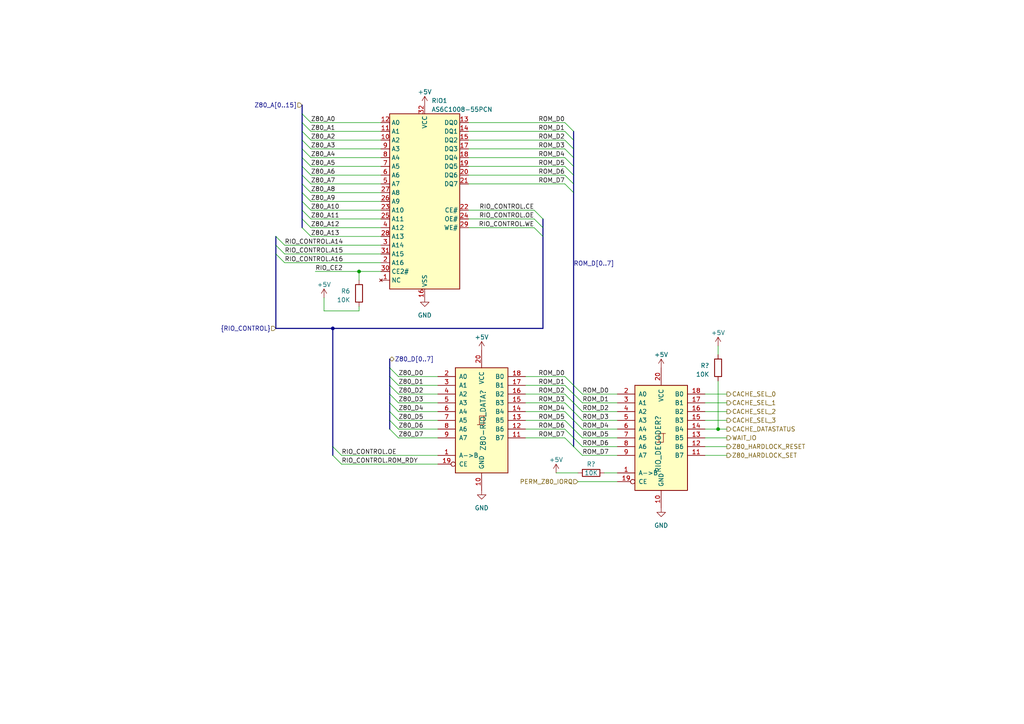
<source format=kicad_sch>
(kicad_sch (version 20230121) (generator eeschema)
  (paper "A4")
  (title_block (title "FujiNet Z80Bus reference design") (date "2023-05-13") (rev "0.1") (company "FujiNet"))
  (lib_symbols
    (symbol "74xx:74HC245" (pin_names (offset 1.016))
      (property "Reference" "U" (at -7.62 16.51 0))
      (property "Value" "74HC245" (at -7.62 -16.51 0))
      (symbol "74HC245_1_0"
        (polyline (pts (xy -0.635 -1.27) (xy -0.635 1.27) (xy 0.635 1.27)))
        (polyline (pts (xy -1.27 -1.27) (xy 0.635 -1.27) (xy 0.635 1.27) (xy 1.27 1.27)))
        (pin input line (at -12.7 -10.16 0) (length 5.08) (name "A->B") (number "1"))
        (pin power_in line (at 0 -20.32 90) (length 5.08) (name "GND") (number "10"))
        (pin tri_state line (at 12.7 -5.08 180) (length 5.08) (name "B7") (number "11"))
        (pin tri_state line (at 12.7 -2.54 180) (length 5.08) (name "B6") (number "12"))
        (pin tri_state line (at 12.7 0 180) (length 5.08) (name "B5") (number "13"))
        (pin tri_state line (at 12.7 2.54 180) (length 5.08) (name "B4") (number "14"))
        (pin tri_state line (at 12.7 5.08 180) (length 5.08) (name "B3") (number "15"))
        (pin tri_state line (at 12.7 7.62 180) (length 5.08) (name "B2") (number "16"))
        (pin tri_state line (at 12.7 10.16 180) (length 5.08) (name "B1") (number "17"))
        (pin tri_state line (at 12.7 12.7 180) (length 5.08) (name "B0") (number "18"))
        (pin input inverted (at -12.7 -12.7 0) (length 5.08) (name "CE") (number "19"))
        (pin tri_state line (at -12.7 12.7 0) (length 5.08) (name "A0") (number "2"))
        (pin power_in line (at 0 20.32 270) (length 5.08) (name "VCC") (number "20"))
        (pin tri_state line (at -12.7 10.16 0) (length 5.08) (name "A1") (number "3"))
        (pin tri_state line (at -12.7 7.62 0) (length 5.08) (name "A2") (number "4"))
        (pin tri_state line (at -12.7 5.08 0) (length 5.08) (name "A3") (number "5"))
        (pin tri_state line (at -12.7 2.54 0) (length 5.08) (name "A4") (number "6"))
        (pin tri_state line (at -12.7 0 0) (length 5.08) (name "A5") (number "7"))
        (pin tri_state line (at -12.7 -2.54 0) (length 5.08) (name "A6") (number "8"))
        (pin tri_state line (at -12.7 -5.08 0) (length 5.08) (name "A7") (number "9"))
      )
      (symbol "74HC245_1_1"
        (rectangle (start -7.62 15.24) (end 7.62 -15.24) (stroke (width 0.254)) (fill (type background)))
      )
    )
    (symbol "Device:R" (pin_numbers hide) (pin_names (offset 0))
      (property "Reference" "R" (at 2.032 0 90))
      (property "Value" "R" (at 0 0 90))
      (symbol "R_0_1"
        (rectangle (start -1.016 -2.54) (end 1.016 2.54) (stroke (width 0.254)))
      )
      (symbol "R_1_1"
        (pin passive line (at 0 3.81 270) (length 1.27) (name "~") (number "1"))
        (pin passive line (at 0 -3.81 90) (length 1.27) (name "~") (number "2"))
      )
    )
    (symbol "FujiNet_Memory_RAM:AS6C1008-55PCN"
      (property "Reference" "U" (at -10.16 26.035 0))
      (property "Value" "AS6C1008-55PCN" (at 2.54 26.035 0))
      (symbol "AS6C1008-55PCN_0_0"
        (pin power_in line (at 0 -27.94 90) (length 2.54) (name "VSS") (number "16"))
        (pin power_in line (at 0 27.94 270) (length 2.54) (name "VCC") (number "32"))
      )
      (symbol "AS6C1008-55PCN_1_1"
        (rectangle (start -10.16 25.4) (end 10.16 -25.4) (stroke (width 0.254)) (fill (type background)))
        (pin no_connect line (at -12.7 -22.86 0) (length 2.54) (name "NC") (number "1"))
        (pin input line (at -12.7 17.78 0) (length 2.54) (name "A2") (number "10"))
        (pin input line (at -12.7 20.32 0) (length 2.54) (name "A1") (number "11"))
        (pin input line (at -12.7 22.86 0) (length 2.54) (name "A0") (number "12"))
        (pin tri_state line (at 12.7 22.86 180) (length 2.54) (name "DQ0") (number "13"))
        (pin tri_state line (at 12.7 20.32 180) (length 2.54) (name "DQ1") (number "14"))
        (pin tri_state line (at 12.7 17.78 180) (length 2.54) (name "DQ2") (number "15"))
        (pin tri_state line (at 12.7 15.24 180) (length 2.54) (name "DQ3") (number "17"))
        (pin tri_state line (at 12.7 12.7 180) (length 2.54) (name "DQ4") (number "18"))
        (pin tri_state line (at 12.7 10.16 180) (length 2.54) (name "DQ5") (number "19"))
        (pin input line (at -12.7 -17.78 0) (length 2.54) (name "A16") (number "2"))
        (pin tri_state line (at 12.7 7.62 180) (length 2.54) (name "DQ6") (number "20"))
        (pin tri_state line (at 12.7 5.08 180) (length 2.54) (name "DQ7") (number "21"))
        (pin input line (at 12.7 -2.54 180) (length 2.54) (name "CE#") (number "22"))
        (pin input line (at -12.7 -2.54 0) (length 2.54) (name "A10") (number "23"))
        (pin input line (at 12.7 -5.08 180) (length 2.54) (name "OE#") (number "24"))
        (pin input line (at -12.7 -5.08 0) (length 2.54) (name "A11") (number "25"))
        (pin input line (at -12.7 0 0) (length 2.54) (name "A9") (number "26"))
        (pin input line (at -12.7 2.54 0) (length 2.54) (name "A8") (number "27"))
        (pin input line (at -12.7 -10.16 0) (length 2.54) (name "A13") (number "28"))
        (pin input line (at 12.7 -7.62 180) (length 2.54) (name "WE#") (number "29"))
        (pin input line (at -12.7 -12.7 0) (length 2.54) (name "A14") (number "3"))
        (pin input line (at -12.7 -20.32 0) (length 2.54) (name "CE2#") (number "30"))
        (pin input line (at -12.7 -15.24 0) (length 2.54) (name "A15") (number "31"))
        (pin input line (at -12.7 -7.62 0) (length 2.54) (name "A12") (number "4"))
        (pin input line (at -12.7 5.08 0) (length 2.54) (name "A7") (number "5"))
        (pin input line (at -12.7 7.62 0) (length 2.54) (name "A6") (number "6"))
        (pin input line (at -12.7 10.16 0) (length 2.54) (name "A5") (number "7"))
        (pin input line (at -12.7 12.7 0) (length 2.54) (name "A4") (number "8"))
        (pin input line (at -12.7 15.24 0) (length 2.54) (name "A3") (number "9"))
      )
    )
    (symbol "power:+5V" (power) (pin_names (offset 0))
      (property "Value" "+5V" (at 0 3.556 0))
      (symbol "+5V_0_1"
        (polyline (pts (xy -0.762 1.27) (xy 0 2.54)))
        (polyline (pts (xy 0 0) (xy 0 2.54)))
        (polyline (pts (xy 0 2.54) (xy 0.762 1.27)))
      )
      (symbol "+5V_1_1"
        (pin power_in line (at 0 0 90) (length 0) hide (name "+5V") (number "1"))
      )
    )
    (symbol "power:GND" (power) (pin_names (offset 0))
      (property "Value" "GND" (at 0 -3.81 0))
      (symbol "GND_0_1"
        (polyline (pts (xy 0 0) (xy 0 -1.27) (xy 1.27 -1.27) (xy 0 -2.54) (xy -1.27 -1.27) (xy 0 -1.27)))
      )
      (symbol "GND_1_1"
        (pin power_in line (at 0 0 270) (length 0) hide (name "GND") (number "1"))
      )
    )
  )
  (bus_alias "RIO_CONTROL" (members "RIO_CONTROL.A16" "RIO_CONTROL.A15" "RIO_CONTROL.A14" "RIO_CONTROL.A13" "RIO_CONTROL.WE" "RIO_CONTROL.CE" "RIO_CONTROL.OE" "RIO_CONTROL.ROM_RDY"))
  (junction (at 96.52 95.25))
  (junction (at 208.28 124.46))
  (junction (at 104.14 78.74))
  (bus_entry (at 87.63 33.02) (size 2.54 2.54))
  (bus_entry (at 166.37 116.84) (size 2.54 2.54))
  (bus_entry (at 87.63 48.26) (size 2.54 2.54))
  (bus_entry (at 113.03 111.76) (size 2.54 2.54))
  (bus_entry (at 166.37 124.46) (size 2.54 2.54))
  (bus_entry (at 87.63 43.18) (size 2.54 2.54))
  (bus_entry (at 113.03 124.46) (size 2.54 2.54))
  (bus_entry (at 166.37 119.38) (size 2.54 2.54))
  (bus_entry (at 90.17 58.42) (size -2.54 -2.54))
  (bus_entry (at 166.37 121.92) (size 2.54 2.54))
  (bus_entry (at 154.94 60.96) (size 2.54 2.54))
  (bus_entry (at 166.37 129.54) (size 2.54 2.54))
  (bus_entry (at 87.63 50.8) (size 2.54 2.54))
  (bus_entry (at 163.83 45.72) (size 2.54 2.54))
  (bus_entry (at 163.83 116.84) (size 2.54 2.54))
  (bus_entry (at 163.83 48.26) (size 2.54 2.54))
  (bus_entry (at 163.83 119.38) (size 2.54 2.54))
  (bus_entry (at 166.37 127) (size 2.54 2.54))
  (bus_entry (at 113.03 119.38) (size 2.54 2.54))
  (bus_entry (at 87.63 35.56) (size 2.54 2.54))
  (bus_entry (at 113.03 121.92) (size 2.54 2.54))
  (bus_entry (at 163.83 121.92) (size 2.54 2.54))
  (bus_entry (at 113.03 106.68) (size 2.54 2.54))
  (bus_entry (at 87.63 45.72) (size 2.54 2.54))
  (bus_entry (at 163.83 111.76) (size 2.54 2.54))
  (bus_entry (at 163.83 35.56) (size 2.54 2.54))
  (bus_entry (at 163.83 114.3) (size 2.54 2.54))
  (bus_entry (at 96.52 129.54) (size 2.54 2.54))
  (bus_entry (at 113.03 114.3) (size 2.54 2.54))
  (bus_entry (at 87.63 53.34) (size 2.54 2.54))
  (bus_entry (at 163.83 127) (size 2.54 2.54))
  (bus_entry (at 87.63 66.04) (size 2.54 2.54))
  (bus_entry (at 154.94 63.5) (size 2.54 2.54))
  (bus_entry (at 96.52 132.08) (size 2.54 2.54))
  (bus_entry (at 166.37 111.76) (size 2.54 2.54))
  (bus_entry (at 80.01 68.58) (size 2.54 2.54))
  (bus_entry (at 90.17 66.04) (size -2.54 -2.54))
  (bus_entry (at 113.03 109.22) (size 2.54 2.54))
  (bus_entry (at 87.63 38.1) (size 2.54 2.54))
  (bus_entry (at 163.83 38.1) (size 2.54 2.54))
  (bus_entry (at 113.03 116.84) (size 2.54 2.54))
  (bus_entry (at 80.01 73.66) (size 2.54 2.54))
  (bus_entry (at 90.17 60.96) (size -2.54 -2.54))
  (bus_entry (at 80.01 71.12) (size 2.54 2.54))
  (bus_entry (at 166.37 114.3) (size 2.54 2.54))
  (bus_entry (at 163.83 40.64) (size 2.54 2.54))
  (bus_entry (at 163.83 109.22) (size 2.54 2.54))
  (bus_entry (at 90.17 63.5) (size -2.54 -2.54))
  (bus_entry (at 87.63 40.64) (size 2.54 2.54))
  (bus_entry (at 163.83 124.46) (size 2.54 2.54))
  (bus_entry (at 163.83 43.18) (size 2.54 2.54))
  (bus_entry (at 154.94 66.04) (size 2.54 2.54))
  (bus_entry (at 163.83 50.8) (size 2.54 2.54))
  (bus_entry (at 163.83 53.34) (size 2.54 2.54))
  (wire (pts (xy 110.49 78.74) (xy 104.14 78.74)))
  (wire (pts (xy 135.89 45.72) (xy 163.83 45.72)))
  (wire (pts (xy 127 121.92) (xy 115.57 121.92)))
  (bus (pts (xy 113.03 109.22) (xy 113.03 111.76)))
  (wire (pts (xy 104.14 90.17) (xy 104.14 88.9)))
  (wire (pts (xy 152.4 119.38) (xy 163.83 119.38)))
  (bus (pts (xy 113.03 116.84) (xy 113.03 119.38)))
  (wire (pts (xy 168.91 129.54) (xy 179.07 129.54)))
  (bus (pts (xy 87.63 45.72) (xy 87.63 48.26)))
  (wire (pts (xy 152.4 121.92) (xy 163.83 121.92)))
  (bus (pts (xy 166.37 53.34) (xy 166.37 55.88)))
  (bus (pts (xy 157.48 66.04) (xy 157.48 68.58)))
  (wire (pts (xy 152.4 114.3) (xy 163.83 114.3)))
  (wire (pts (xy 93.98 86.36) (xy 93.98 90.17)))
  (wire (pts (xy 135.89 53.34) (xy 163.83 53.34)))
  (bus (pts (xy 87.63 43.18) (xy 87.63 45.72)))
  (wire (pts (xy 135.89 43.18) (xy 163.83 43.18)))
  (wire (pts (xy 208.28 100.33) (xy 208.28 102.87)))
  (wire (pts (xy 110.49 60.96) (xy 90.17 60.96)))
  (wire (pts (xy 110.49 53.34) (xy 90.17 53.34)))
  (bus (pts (xy 166.37 48.26) (xy 166.37 50.8)))
  (bus (pts (xy 87.63 33.02) (xy 87.63 35.56)))
  (bus (pts (xy 80.01 68.58) (xy 80.01 71.12)))
  (wire (pts (xy 152.4 116.84) (xy 163.83 116.84)))
  (wire (pts (xy 167.64 139.7) (xy 179.07 139.7)))
  (wire (pts (xy 110.49 66.04) (xy 90.17 66.04)))
  (wire (pts (xy 204.47 119.38) (xy 210.82 119.38)))
  (wire (pts (xy 90.17 55.88) (xy 110.49 55.88)))
  (bus (pts (xy 157.48 63.5) (xy 157.48 66.04)))
  (wire (pts (xy 135.89 35.56) (xy 163.83 35.56)))
  (bus (pts (xy 87.63 38.1) (xy 87.63 40.64)))
  (wire (pts (xy 110.49 50.8) (xy 90.17 50.8)))
  (bus (pts (xy 166.37 50.8) (xy 166.37 53.34)))
  (wire (pts (xy 127 111.76) (xy 115.57 111.76)))
  (wire (pts (xy 204.47 129.54) (xy 210.82 129.54)))
  (wire (pts (xy 152.4 124.46) (xy 163.83 124.46)))
  (wire (pts (xy 208.28 124.46) (xy 210.82 124.46)))
  (bus (pts (xy 96.52 95.25) (xy 96.52 129.54)))
  (wire (pts (xy 127 124.46) (xy 115.57 124.46)))
  (wire (pts (xy 152.4 111.76) (xy 163.83 111.76)))
  (bus (pts (xy 80.01 71.12) (xy 80.01 73.66)))
  (wire (pts (xy 208.28 110.49) (xy 208.28 124.46)))
  (wire (pts (xy 110.49 45.72) (xy 90.17 45.72)))
  (wire (pts (xy 204.47 124.46) (xy 208.28 124.46)))
  (bus (pts (xy 96.52 129.54) (xy 96.52 132.08)))
  (bus (pts (xy 166.37 43.18) (xy 166.37 45.72)))
  (bus (pts (xy 87.63 30.48) (xy 87.63 33.02)))
  (wire (pts (xy 168.91 132.08) (xy 179.07 132.08)))
  (wire (pts (xy 110.49 71.12) (xy 82.55 71.12)))
  (bus (pts (xy 87.63 35.56) (xy 87.63 38.1)))
  (wire (pts (xy 135.89 63.5) (xy 154.94 63.5)))
  (bus (pts (xy 87.63 63.5) (xy 87.63 66.04)))
  (wire (pts (xy 168.91 124.46) (xy 179.07 124.46)))
  (bus (pts (xy 166.37 121.92) (xy 166.37 124.46)))
  (bus (pts (xy 157.48 95.25) (xy 96.52 95.25)))
  (bus (pts (xy 166.37 40.64) (xy 166.37 43.18)))
  (wire (pts (xy 204.47 132.08) (xy 210.82 132.08)))
  (wire (pts (xy 127 132.08) (xy 99.06 132.08)))
  (wire (pts (xy 82.55 76.2) (xy 110.49 76.2)))
  (bus (pts (xy 87.63 50.8) (xy 87.63 53.34)))
  (bus (pts (xy 166.37 111.76) (xy 166.37 114.3)))
  (wire (pts (xy 127 114.3) (xy 115.57 114.3)))
  (bus (pts (xy 87.63 48.26) (xy 87.63 50.8)))
  (wire (pts (xy 135.89 48.26) (xy 163.83 48.26)))
  (bus (pts (xy 113.03 119.38) (xy 113.03 121.92)))
  (wire (pts (xy 127 119.38) (xy 115.57 119.38)))
  (bus (pts (xy 166.37 114.3) (xy 166.37 116.84)))
  (wire (pts (xy 90.17 63.5) (xy 110.49 63.5)))
  (bus (pts (xy 80.01 73.66) (xy 80.01 95.25)))
  (wire (pts (xy 110.49 48.26) (xy 90.17 48.26)))
  (wire (pts (xy 110.49 35.56) (xy 90.17 35.56)))
  (wire (pts (xy 168.91 114.3) (xy 179.07 114.3)))
  (bus (pts (xy 166.37 38.1) (xy 166.37 40.64)))
  (wire (pts (xy 135.89 40.64) (xy 163.83 40.64)))
  (wire (pts (xy 127 116.84) (xy 115.57 116.84)))
  (wire (pts (xy 93.98 90.17) (xy 104.14 90.17)))
  (wire (pts (xy 168.91 119.38) (xy 179.07 119.38)))
  (wire (pts (xy 110.49 68.58) (xy 90.17 68.58)))
  (bus (pts (xy 157.48 68.58) (xy 157.48 95.25)))
  (bus (pts (xy 113.03 121.92) (xy 113.03 124.46)))
  (bus (pts (xy 87.63 55.88) (xy 87.63 58.42)))
  (bus (pts (xy 166.37 119.38) (xy 166.37 121.92)))
  (wire (pts (xy 204.47 114.3) (xy 210.82 114.3)))
  (bus (pts (xy 166.37 45.72) (xy 166.37 48.26)))
  (bus (pts (xy 166.37 127) (xy 166.37 129.54)))
  (bus (pts (xy 80.01 95.25) (xy 96.52 95.25)))
  (bus (pts (xy 113.03 111.76) (xy 113.03 114.3)))
  (wire (pts (xy 168.91 116.84) (xy 179.07 116.84)))
  (bus (pts (xy 166.37 116.84) (xy 166.37 119.38)))
  (wire (pts (xy 127 134.62) (xy 99.06 134.62)))
  (wire (pts (xy 152.4 109.22) (xy 163.83 109.22)))
  (bus (pts (xy 166.37 124.46) (xy 166.37 127)))
  (wire (pts (xy 127 127) (xy 115.57 127)))
  (wire (pts (xy 135.89 50.8) (xy 163.83 50.8)))
  (wire (pts (xy 204.47 121.92) (xy 210.82 121.92)))
  (wire (pts (xy 152.4 127) (xy 163.83 127)))
  (wire (pts (xy 110.49 40.64) (xy 90.17 40.64)))
  (wire (pts (xy 110.49 43.18) (xy 90.17 43.18)))
  (bus (pts (xy 166.37 55.88) (xy 166.37 111.76)))
  (wire (pts (xy 104.14 78.74) (xy 91.44 78.74)))
  (wire (pts (xy 204.47 127) (xy 210.82 127)))
  (bus (pts (xy 113.03 104.14) (xy 113.03 106.68)))
  (wire (pts (xy 110.49 73.66) (xy 82.55 73.66)))
  (bus (pts (xy 113.03 114.3) (xy 113.03 116.84)))
  (wire (pts (xy 127 109.22) (xy 115.57 109.22)))
  (wire (pts (xy 204.47 116.84) (xy 210.82 116.84)))
  (wire (pts (xy 135.89 38.1) (xy 163.83 38.1)))
  (bus (pts (xy 87.63 53.34) (xy 87.63 55.88)))
  (bus (pts (xy 87.63 40.64) (xy 87.63 43.18)))
  (wire (pts (xy 110.49 38.1) (xy 90.17 38.1)))
  (wire (pts (xy 110.49 58.42) (xy 90.17 58.42)))
  (bus (pts (xy 113.03 106.68) (xy 113.03 109.22)))
  (wire (pts (xy 135.89 60.96) (xy 154.94 60.96)))
  (wire (pts (xy 175.26 137.16) (xy 179.07 137.16)))
  (bus (pts (xy 87.63 58.42) (xy 87.63 60.96)))
  (wire (pts (xy 168.91 127) (xy 179.07 127)))
  (wire (pts (xy 135.89 66.04) (xy 154.94 66.04)))
  (wire (pts (xy 104.14 78.74) (xy 104.14 81.28)))
  (wire (pts (xy 168.91 121.92) (xy 179.07 121.92)))
  (wire (pts (xy 161.29 137.16) (xy 167.64 137.16)))
  (bus (pts (xy 87.63 60.96) (xy 87.63 63.5)))
  (label "RIO_CONTROL.A15" (at 82.55 73.66 0))
  (label "Z80_D0" (at 115.57 109.22 0))
  (label "Z80_A7" (at 90.17 53.34 0))
  (label "ROM_D1" (at 163.83 111.76 180))
  (label "ROM_D2" (at 163.83 40.64 180))
  (label "ROM_D6" (at 168.91 129.54 0))
  (label "ROM_D0" (at 163.83 109.22 180))
  (label "ROM_D1" (at 163.83 38.1 180))
  (label "Z80_D5" (at 115.57 121.92 0))
  (label "ROM_D6" (at 163.83 50.8 180))
  (label "ROM_D1" (at 168.91 116.84 0))
  (label "RIO_CONTROL.WE" (at 154.94 66.04 180))
  (label "Z80_A8" (at 90.17 55.88 0))
  (label "ROM_D3" (at 168.91 121.92 0))
  (label "Z80_A3" (at 90.17 43.18 0))
  (label "ROM_D5" (at 163.83 48.26 180))
  (label "Z80_A9" (at 90.17 58.42 0))
  (label "RIO_CONTROL.OE" (at 154.94 63.5 180))
  (label "Z80_A11" (at 90.17 63.5 0))
  (label "Z80_D2" (at 115.57 114.3 0))
  (label "Z80_D3" (at 115.57 116.84 0))
  (label "Z80_A12" (at 90.17 66.04 0))
  (label "Z80_D1" (at 115.57 111.76 0))
  (label "Z80_D4" (at 115.57 119.38 0))
  (label "Z80_A4" (at 90.17 45.72 0))
  (label "ROM_D4" (at 163.83 119.38 180))
  (label "ROM_D0" (at 163.83 35.56 180))
  (label "RIO_CONTROL.CE" (at 154.94 60.96 180))
  (label "ROM_D5" (at 163.83 121.92 180))
  (label "Z80_A10" (at 90.17 60.96 0))
  (label "Z80_A2" (at 90.17 40.64 0))
  (label "Z80_A6" (at 90.17 50.8 0))
  (label "RIO_CONTROL.A14" (at 82.55 71.12 0))
  (label "RIO_CONTROL.OE" (at 99.06 132.08 0))
  (label "ROM_D0" (at 168.91 114.3 0))
  (label "ROM_D3" (at 163.83 116.84 180))
  (label "RIO_CONTROL.A16" (at 82.55 76.2 0))
  (label "ROM_D2" (at 168.91 119.38 0))
  (label "RIO_CONTROL.ROM_RDY" (at 99.06 134.62 0))
  (label "ROM_D4" (at 163.83 45.72 180))
  (label "Z80_A13" (at 90.17 68.58 0))
  (label "Z80_A0" (at 90.17 35.56 0))
  (label "ROM_D7" (at 163.83 53.34 180))
  (label "ROM_D4" (at 168.91 124.46 0))
  (label "ROM_D7" (at 168.91 132.08 0))
  (label "ROM_D6" (at 163.83 124.46 180))
  (label "Z80_D7" (at 115.57 127 0))
  (label "ROM_D5" (at 168.91 127 0))
  (label "Z80_A1" (at 90.17 38.1 0))
  (label "Z80_D6" (at 115.57 124.46 0))
  (label "ROM_D7" (at 163.83 127 180))
  (label "ROM_D[0..7]" (at 166.37 77.47 0))
  (label "ROM_D3" (at 163.83 43.18 180))
  (label "ROM_D2" (at 163.83 114.3 180))
  (label "RIO_CE2" (at 91.44 78.74 0))
  (label "Z80_A5" (at 90.17 48.26 0))
  (hierarchical_label "CACHE_SEL_3" (shape output) (at 210.82 121.92 0))
  (hierarchical_label "PERM_Z80_IORQ" (shape input) (at 167.64 139.7 180))
  (hierarchical_label "Z80_D[0..7]" (shape bidirectional) (at 113.03 104.14 0))
  (hierarchical_label "Z80_HARDLOCK_SET" (shape output) (at 210.82 132.08 0))
  (hierarchical_label "Z80_A[0..15]" (shape input) (at 87.63 30.48 180))
  (hierarchical_label "Z80_HARDLOCK_RESET" (shape output) (at 210.82 129.54 0))
  (hierarchical_label "CACHE_SEL_2" (shape output) (at 210.82 119.38 0))
  (hierarchical_label "CACHE_DATASTATUS" (shape output) (at 210.82 124.46 0))
  (hierarchical_label "CACHE_SEL_0" (shape output) (at 210.82 114.3 0))
  (hierarchical_label "{RIO_CONTROL}" (shape input) (at 80.01 95.25 180))
  (hierarchical_label "CACHE_SEL_1" (shape output) (at 210.82 116.84 0))
  (hierarchical_label "WAIT_IO" (shape output) (at 210.82 127 0))
  (symbol (lib_id "Device:R") (at 104.14 85.09 0) (mirror x) (unit 1)
    (property "Reference" "R6" (at 101.6 84.455 0) (effects (justify right)))
    (property "Value" "10K" (at 101.6 86.995 0) (effects (justify right)))
    (property "Footprint" "Resistor_THT:R_Axial_DIN0207_L6.3mm_D2.5mm_P10.16mm_Horizontal" (effects hide))
  )
  (symbol (lib_id "power:GND") (at 123.19 86.36 0) (unit 1)
    (property "Reference" "#PWR019" (effects hide))
    (property "Value" "GND" (at 123.19 91.44 0))
  )
  (symbol (lib_id "74xx:74HC245") (at 191.77 127 0) (unit 1)
    (property "Reference" "RIO_DECODER?" (at 191.77 137.16 90) (effects (font (size 1.4986 1.4986)) (justify left bottom)))
    (property "Value" "74HC245N" (effects hide))
    (property "Footprint" "Package_DIP:DIP-20_W7.62mm_Socket" (effects hide))
    (property "Datasheet" "http://www.ti.com/lit/gpn/sn74HC245" (effects hide))
    (instances (project "FujiNet_Z80Bus_ReferenceDesign" (path "" (reference "RIO_DECODER?") (unit 1)) (path "" (reference "RIO_DECODER?") (unit 1)) (path "" (reference "RIO_DECODER1") (unit 1))))
  )
  (symbol (lib_id "Device:R") (at 171.45 137.16 270) (unit 1)
    (property "Reference" "R?" (at 171.45 134.62 90))
    (property "Value" "10K" (at 171.45 137.16 90))
    (property "Footprint" "Resistor_THT:R_Axial_DIN0207_L6.3mm_D2.5mm_P10.16mm_Horizontal" (effects hide))
    (instances (project "FujiNet_Z80Bus_ReferenceDesign" (path "" (reference "R?") (unit 1)) (path "" (reference "R7") (unit 1))))
  )
  (symbol (lib_id "74xx:74HC245") (at 139.7 121.92 0) (unit 1)
    (property "Reference" "Z80-RIO_DATA?" (at 140.97 130.81 90) (effects (font (size 1.4986 1.4986)) (justify left bottom)))
    (property "Value" "74HC245N" (effects hide))
    (property "Footprint" "Package_DIP:DIP-20_W7.62mm_Socket" (effects hide))
    (property "Datasheet" "http://www.ti.com/lit/gpn/sn74HC245" (effects hide))
    (instances (project "FujiNet_Z80Bus_ReferenceDesign" (path "" (reference "Z80-RIO_DATA?") (unit 1)) (path "" (reference "Z80-RIO_DATA1") (unit 1))))
  )
  (symbol (lib_id "power:+5V") (at 161.29 137.16 0) (unit 1)
    (property "Reference" "#PWR020" (effects hide))
    (property "Value" "+5V" (at 161.29 133.35 0))
  )
  (symbol (lib_id "power:+5V") (at 123.19 30.48 0) (unit 1)
    (property "Reference" "#PWR021" (effects hide))
    (property "Value" "+5V" (at 123.19 26.67 0))
  )
  (symbol (lib_id "power:+5V") (at 191.77 106.68 0) (unit 1)
    (property "Reference" "#PWR025" (effects hide))
    (property "Value" "+5V" (at 191.77 102.87 0))
    (instances (project "FujiNet_Z80Bus_ReferenceDesign" (path "" (reference "#PWR025") (unit 1)) (path "" (reference "#PWR055") (unit 1))))
  )
  (symbol (lib_id "power:GND") (at 191.77 147.32 0) (unit 1)
    (property "Reference" "#PWR054" (effects hide))
    (property "Value" "GND" (at 191.77 152.4 0))
  )
  (symbol (lib_id "FujiNet_Memory_RAM:AS6C1008-55PCN") (at 123.19 58.42 0) (unit 1)
    (property "Reference" "RIO1" (at 125.1459 29.21 0) (effects (justify left)))
    (property "Value" "AS6C1008-55PCN" (at 125.1459 31.75 0) (effects (justify left)))
    (property "Footprint" "Package_DIP:DIP-32_W15.24mm" (effects hide))
    (property "Datasheet" "https://www.alliancememory.com/wp-content/uploads/pdf/AS6C1008.pdf" (effects hide))
  )
  (symbol (lib_id "power:+5V") (at 139.7 101.6 0) (unit 1)
    (property "Reference" "#PWR025" (effects hide))
    (property "Value" "+5V" (at 139.7 97.79 0))
    (instances (project "FujiNet_Z80Bus_ReferenceDesign" (path "" (reference "#PWR025") (unit 1)) (path "" (reference "#PWR060") (unit 1))))
  )
  (symbol (lib_id "power:+5V") (at 93.98 86.36 0) (mirror y) (unit 1)
    (property "Reference" "#PWR023" (effects hide))
    (property "Value" "+5V" (at 93.98 82.55 0))
  )
  (symbol (lib_id "Device:R") (at 208.28 106.68 0) (mirror x) (unit 1)
    (property "Reference" "R?" (at 205.74 106.045 0) (effects (justify right)))
    (property "Value" "10K" (at 205.74 108.585 0) (effects (justify right)))
    (property "Footprint" "Resistor_THT:R_Axial_DIN0207_L6.3mm_D2.5mm_P10.16mm_Horizontal" (effects hide))
    (instances (project "FujiNet_Z80Bus_ReferenceDesign" (path "" (reference "R?") (unit 1)) (path "" (reference "R6") (unit 1)) (path "" (reference "R8") (unit 1))))
  )
  (symbol (lib_id "power:+5V") (at 208.28 100.33 0) (unit 1)
    (property "Reference" "#PWR025" (effects hide))
    (property "Value" "+5V" (at 208.28 96.52 0))
    (instances (project "FujiNet_Z80Bus_ReferenceDesign" (path "" (reference "#PWR025") (unit 1)) (path "" (reference "#PWR022") (unit 1))))
  )
  (symbol (lib_id "power:GND") (at 139.7 142.24 0) (unit 1)
    (property "Reference" "#PWR053" (effects hide))
    (property "Value" "GND" (at 139.7 147.32 0))
  )
)
</source>
